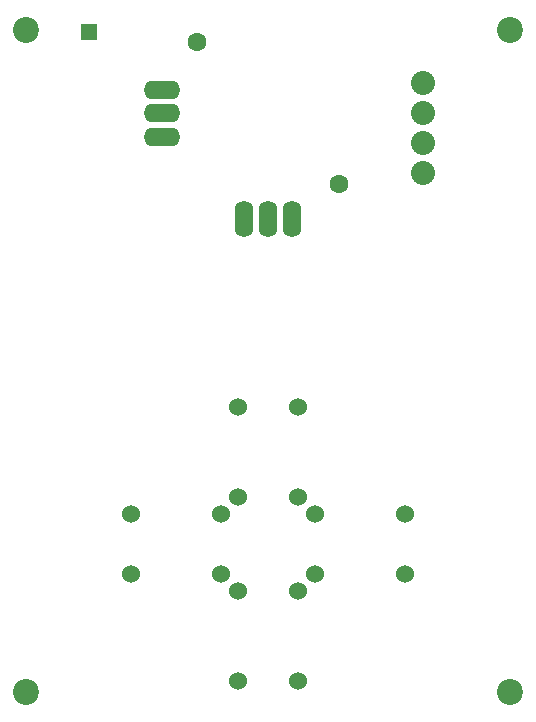
<source format=gbr>
%TF.GenerationSoftware,KiCad,Pcbnew,(6.0.4)*%
%TF.CreationDate,2022-10-14T21:27:48-05:00*%
%TF.ProjectId,Joystick-DPAD,4a6f7973-7469-4636-9b2d-445041442e6b,rev?*%
%TF.SameCoordinates,Original*%
%TF.FileFunction,Soldermask,Top*%
%TF.FilePolarity,Negative*%
%FSLAX46Y46*%
G04 Gerber Fmt 4.6, Leading zero omitted, Abs format (unit mm)*
G04 Created by KiCad (PCBNEW (6.0.4)) date 2022-10-14 21:27:48*
%MOMM*%
%LPD*%
G01*
G04 APERTURE LIST*
%ADD10C,2.200000*%
%ADD11C,1.600000*%
%ADD12O,1.601600X3.101600*%
%ADD13O,3.101600X1.601600*%
%ADD14R,1.350000X1.350000*%
%ADD15C,2.032000*%
%ADD16C,1.524000*%
G04 APERTURE END LIST*
D10*
%TO.C,REF\u002A\u002A*%
X122570000Y-137340000D03*
%TD*%
%TO.C,REF\u002A\u002A*%
X163570000Y-137340000D03*
%TD*%
%TO.C,REF\u002A\u002A*%
X163570000Y-81340000D03*
%TD*%
%TO.C,REF\u002A\u002A*%
X122570000Y-81340000D03*
%TD*%
D11*
%TO.C,JOY1*%
X149070000Y-94350000D03*
X137070000Y-82350000D03*
D12*
X143070000Y-97350000D03*
X141070000Y-97350000D03*
X145070000Y-97350000D03*
D13*
X134070000Y-88350000D03*
X134070000Y-90350000D03*
X134070000Y-86350000D03*
%TD*%
D14*
%TO.C,REF\u002A\u002A*%
X127960000Y-81470000D03*
%TD*%
D15*
%TO.C,JP1*%
X156170000Y-93430000D03*
X156170000Y-90890000D03*
X156170000Y-88350000D03*
X156170000Y-85810000D03*
%TD*%
D16*
%TO.C,SW1*%
X131480000Y-122290000D03*
X139100000Y-122290000D03*
X139100000Y-127370000D03*
X131480000Y-127370000D03*
%TD*%
%TO.C,SW3*%
X145620000Y-136430000D03*
X145620000Y-128810000D03*
X140540000Y-128810000D03*
X140540000Y-136430000D03*
%TD*%
%TO.C,SW4*%
X147050000Y-127380000D03*
X154670000Y-127380000D03*
X147050000Y-122300000D03*
X154670000Y-122300000D03*
%TD*%
%TO.C,SW2*%
X140540000Y-113240000D03*
X140540000Y-120860000D03*
X145620000Y-120860000D03*
X145620000Y-113240000D03*
%TD*%
M02*

</source>
